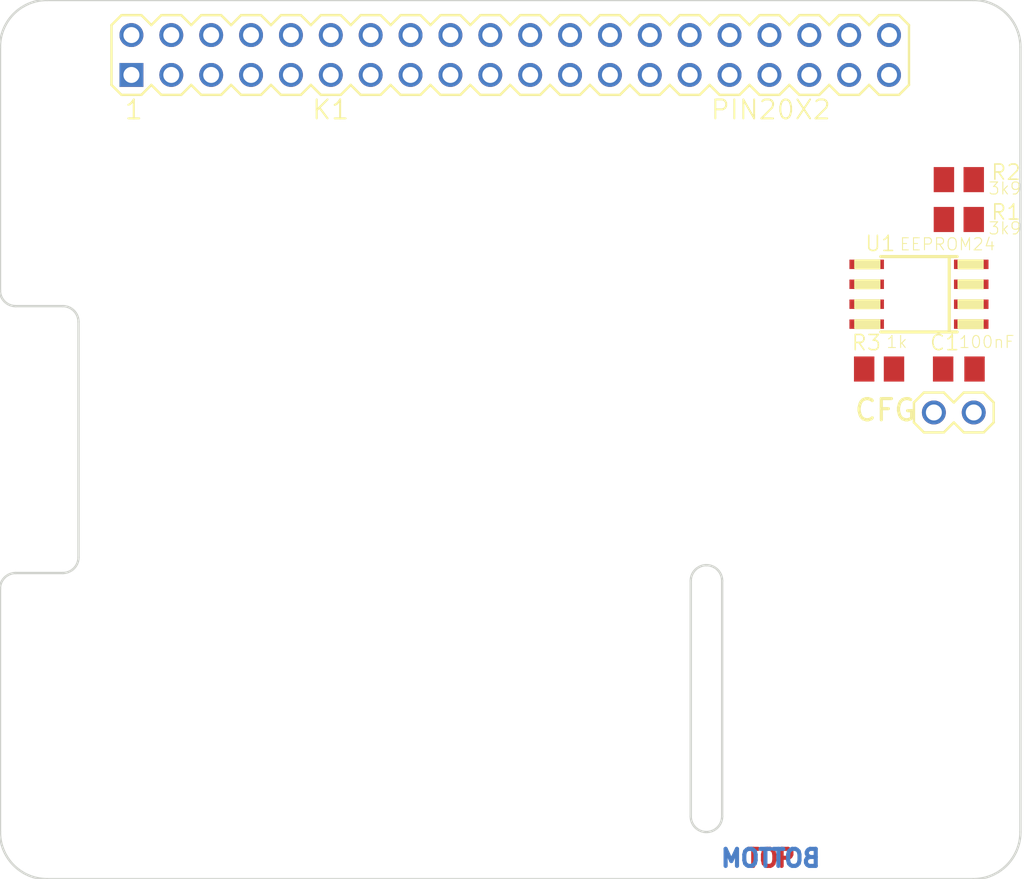
<source format=kicad_pcb>
(kicad_pcb (version 4) (host pcbnew "(2014-09-10 BZR 5127)-kicad")

  (general
    (links 26)
    (no_connects 26)
    (area 115.924999 76.924999 181.075001 133.075001)
    (thickness 1.6)
    (drawings 23)
    (tracks 0)
    (zones 0)
    (modules 11)
    (nets 7)
  )

  (page A4)
  (layers
    (0 Top signal)
    (31 Bottom signal)
    (32 B.Adhes user)
    (33 F.Adhes user)
    (34 B.Paste user)
    (35 F.Paste user)
    (36 B.SilkS user)
    (37 F.SilkS user)
    (38 B.Mask user)
    (39 F.Mask user)
    (40 Dwgs.User user)
    (41 Cmts.User user)
    (42 Eco1.User user)
    (43 Eco2.User user)
    (44 Edge.Cuts user hide)
    (45 Margin user)
    (46 B.CrtYd user)
    (47 F.CrtYd user)
    (48 B.Fab user)
    (49 F.Fab user)
  )

  (setup
    (last_trace_width 0.254)
    (trace_clearance 0.1524)
    (zone_clearance 0.508)
    (zone_45_only no)
    (trace_min 0.254)
    (segment_width 0.2)
    (edge_width 0.15)
    (via_size 0.889)
    (via_drill 0.635)
    (via_min_size 0.889)
    (via_min_drill 0.508)
    (uvia_size 0.508)
    (uvia_drill 0.127)
    (uvias_allowed no)
    (uvia_min_size 0.508)
    (uvia_min_drill 0.127)
    (pcb_text_width 0.3)
    (pcb_text_size 1.5 1.5)
    (mod_edge_width 0.15)
    (mod_text_size 1.5 1.5)
    (mod_text_width 0.15)
    (pad_size 1.524 1.524)
    (pad_drill 0.762)
    (pad_to_mask_clearance 0.2)
    (aux_axis_origin 0 0)
    (visible_elements FFFFFF7F)
    (pcbplotparams
      (layerselection 0x00030_80000001)
      (usegerberextensions false)
      (excludeedgelayer true)
      (linewidth 0.100000)
      (plotframeref false)
      (viasonmask false)
      (mode 1)
      (useauxorigin false)
      (hpglpennumber 1)
      (hpglpenspeed 20)
      (hpglpendiameter 15)
      (hpglpenoverlay 2)
      (psnegative false)
      (psa4output false)
      (plotreference true)
      (plotvalue true)
      (plotinvisibletext false)
      (padsonsilk false)
      (subtractmaskfromsilk false)
      (outputformat 1)
      (mirror false)
      (drillshape 1)
      (scaleselection 1)
      (outputdirectory ""))
  )

  (net 0 "")
  (net 1 GND)
  (net 2 +3V3)
  (net 3 N$1)
  (net 4 N$2)
  (net 5 N$3)
  (net 6 +5V)

  (net_class Default "This is the default net class."
    (clearance 0.1524)
    (trace_width 0.254)
    (via_dia 0.889)
    (via_drill 0.635)
    (uvia_dia 0.508)
    (uvia_drill 0.127)
    (add_net +3V3)
    (add_net +5V)
    (add_net GND)
    (add_net N$1)
    (add_net N$2)
    (add_net N$3)
  )

  (module "" (layer Top) (tedit 54141436) (tstamp 0)
    (at 119.5011 129.5036)
    (fp_text reference @HOLE0 (at 0 0) (layer F.SilkS) hide
      (effects (font (thickness 0.15)))
    )
    (fp_text value "" (at 0 0) (layer F.SilkS)
      (effects (font (thickness 0.15)))
    )
    (pad "" np_thru_hole circle (at 0 0) (size 2.8 2.8) (drill 2.8) (layers *.Cu))
  )

  (module "" (layer Top) (tedit 54141436) (tstamp 0)
    (at 119.5011 80.5036)
    (fp_text reference @HOLE1 (at 0 0) (layer F.SilkS) hide
      (effects (font (thickness 0.15)))
    )
    (fp_text value "" (at 0 0) (layer F.SilkS)
      (effects (font (thickness 0.15)))
    )
    (pad "" np_thru_hole circle (at 0 0) (size 2.8 2.8) (drill 2.8) (layers *.Cu))
  )

  (module "" (layer Top) (tedit 54141436) (tstamp 0)
    (at 177.5011 80.5036)
    (fp_text reference @HOLE2 (at 0 0) (layer F.SilkS) hide
      (effects (font (thickness 0.15)))
    )
    (fp_text value "" (at 0 0) (layer F.SilkS)
      (effects (font (thickness 0.15)))
    )
    (pad "" np_thru_hole circle (at 0 0) (size 2.8 2.8) (drill 2.8) (layers *.Cu))
  )

  (module "" (layer Top) (tedit 54141436) (tstamp 0)
    (at 177.5011 129.5036)
    (fp_text reference @HOLE3 (at 0 0) (layer F.SilkS) hide
      (effects (font (thickness 0.15)))
    )
    (fp_text value "" (at 0 0) (layer F.SilkS)
      (effects (font (thickness 0.15)))
    )
    (pad "" np_thru_hole circle (at 0 0) (size 2.8 2.8) (drill 2.8) (layers *.Cu))
  )

  (module PIN_20X2 (layer Top) (tedit 54141436) (tstamp 54141436)
    (at 148.5011 80.5036)
    (fp_text reference K1 (at -12.7 4.191) (layer F.SilkS)
      (effects (font (size 1.2065 1.2065) (thickness 0.127)) (justify left bottom))
    )
    (fp_text value PIN20X2 (at 12.7 4.191) (layer F.SilkS)
      (effects (font (size 1.2065 1.2065) (thickness 0.12065)) (justify left bottom))
    )
    (fp_line (start -24.765 -2.54) (end -23.495 -2.54) (layer F.SilkS) (width 0.1524))
    (fp_line (start -23.495 -2.54) (end -22.86 -1.905) (layer F.SilkS) (width 0.1524))
    (fp_line (start -22.86 -1.905) (end -22.225 -2.54) (layer F.SilkS) (width 0.1524))
    (fp_line (start -22.225 -2.54) (end -20.955 -2.54) (layer F.SilkS) (width 0.1524))
    (fp_line (start -20.955 -2.54) (end -20.32 -1.905) (layer F.SilkS) (width 0.1524))
    (fp_line (start -24.765 -2.54) (end -25.4 -1.905) (layer F.SilkS) (width 0.1524))
    (fp_line (start -20.32 -1.905) (end -19.685 -2.54) (layer F.SilkS) (width 0.1524))
    (fp_line (start -19.685 -2.54) (end -18.415 -2.54) (layer F.SilkS) (width 0.1524))
    (fp_line (start -18.415 -2.54) (end -17.78 -1.905) (layer F.SilkS) (width 0.1524))
    (fp_line (start -17.145 -2.54) (end -15.875 -2.54) (layer F.SilkS) (width 0.1524))
    (fp_line (start -15.875 -2.54) (end -15.24 -1.905) (layer F.SilkS) (width 0.1524))
    (fp_line (start -15.24 -1.905) (end -14.605 -2.54) (layer F.SilkS) (width 0.1524))
    (fp_line (start -14.605 -2.54) (end -13.335 -2.54) (layer F.SilkS) (width 0.1524))
    (fp_line (start -13.335 -2.54) (end -12.7 -1.905) (layer F.SilkS) (width 0.1524))
    (fp_line (start -17.145 -2.54) (end -17.78 -1.905) (layer F.SilkS) (width 0.1524))
    (fp_line (start -12.7 -1.905) (end -12.065 -2.54) (layer F.SilkS) (width 0.1524))
    (fp_line (start -12.065 -2.54) (end -10.795 -2.54) (layer F.SilkS) (width 0.1524))
    (fp_line (start -10.795 -2.54) (end -10.16 -1.905) (layer F.SilkS) (width 0.1524))
    (fp_line (start -22.86 1.905) (end -23.495 2.54) (layer F.SilkS) (width 0.1524))
    (fp_line (start -20.32 1.905) (end -20.955 2.54) (layer F.SilkS) (width 0.1524))
    (fp_line (start -20.955 2.54) (end -22.225 2.54) (layer F.SilkS) (width 0.1524))
    (fp_line (start -22.225 2.54) (end -22.86 1.905) (layer F.SilkS) (width 0.1524))
    (fp_line (start -25.4 -1.905) (end -25.4 1.905) (layer F.SilkS) (width 0.1524))
    (fp_line (start -25.4 1.905) (end -24.765 2.54) (layer F.SilkS) (width 0.1524))
    (fp_line (start -23.495 2.54) (end -24.765 2.54) (layer F.SilkS) (width 0.1524))
    (fp_line (start -17.78 1.905) (end -18.415 2.54) (layer F.SilkS) (width 0.1524))
    (fp_line (start -18.415 2.54) (end -19.685 2.54) (layer F.SilkS) (width 0.1524))
    (fp_line (start -19.685 2.54) (end -20.32 1.905) (layer F.SilkS) (width 0.1524))
    (fp_line (start -15.24 1.905) (end -15.875 2.54) (layer F.SilkS) (width 0.1524))
    (fp_line (start -12.7 1.905) (end -13.335 2.54) (layer F.SilkS) (width 0.1524))
    (fp_line (start -13.335 2.54) (end -14.605 2.54) (layer F.SilkS) (width 0.1524))
    (fp_line (start -14.605 2.54) (end -15.24 1.905) (layer F.SilkS) (width 0.1524))
    (fp_line (start -17.78 1.905) (end -17.145 2.54) (layer F.SilkS) (width 0.1524))
    (fp_line (start -15.875 2.54) (end -17.145 2.54) (layer F.SilkS) (width 0.1524))
    (fp_line (start -10.16 1.905) (end -10.795 2.54) (layer F.SilkS) (width 0.1524))
    (fp_line (start -10.795 2.54) (end -12.065 2.54) (layer F.SilkS) (width 0.1524))
    (fp_line (start -12.065 2.54) (end -12.7 1.905) (layer F.SilkS) (width 0.1524))
    (fp_line (start -8.255 -2.54) (end -7.62 -1.905) (layer F.SilkS) (width 0.1524))
    (fp_line (start -9.525 -2.54) (end -8.255 -2.54) (layer F.SilkS) (width 0.1524))
    (fp_line (start -10.16 -1.905) (end -9.525 -2.54) (layer F.SilkS) (width 0.1524))
    (fp_line (start -9.525 2.54) (end -10.16 1.905) (layer F.SilkS) (width 0.1524))
    (fp_line (start -8.255 2.54) (end -9.525 2.54) (layer F.SilkS) (width 0.1524))
    (fp_line (start -7.62 1.905) (end -8.255 2.54) (layer F.SilkS) (width 0.1524))
    (fp_line (start -6.985 -2.54) (end -5.715 -2.54) (layer F.SilkS) (width 0.1524))
    (fp_line (start -5.715 -2.54) (end -5.08 -1.905) (layer F.SilkS) (width 0.1524))
    (fp_line (start -5.08 -1.905) (end -4.445 -2.54) (layer F.SilkS) (width 0.1524))
    (fp_line (start -4.445 -2.54) (end -3.175 -2.54) (layer F.SilkS) (width 0.1524))
    (fp_line (start -3.175 -2.54) (end -2.54 -1.905) (layer F.SilkS) (width 0.1524))
    (fp_line (start -6.985 -2.54) (end -7.62 -1.905) (layer F.SilkS) (width 0.1524))
    (fp_line (start -2.54 -1.905) (end -1.905 -2.54) (layer F.SilkS) (width 0.1524))
    (fp_line (start -1.905 -2.54) (end -0.635 -2.54) (layer F.SilkS) (width 0.1524))
    (fp_line (start -0.635 -2.54) (end 0 -1.905) (layer F.SilkS) (width 0.1524))
    (fp_line (start 0.635 -2.54) (end 1.905 -2.54) (layer F.SilkS) (width 0.1524))
    (fp_line (start 1.905 -2.54) (end 2.54 -1.905) (layer F.SilkS) (width 0.1524))
    (fp_line (start 2.54 -1.905) (end 3.175 -2.54) (layer F.SilkS) (width 0.1524))
    (fp_line (start 3.175 -2.54) (end 4.445 -2.54) (layer F.SilkS) (width 0.1524))
    (fp_line (start 4.445 -2.54) (end 5.08 -1.905) (layer F.SilkS) (width 0.1524))
    (fp_line (start 0.635 -2.54) (end 0 -1.905) (layer F.SilkS) (width 0.1524))
    (fp_line (start 5.08 -1.905) (end 5.715 -2.54) (layer F.SilkS) (width 0.1524))
    (fp_line (start 5.715 -2.54) (end 6.985 -2.54) (layer F.SilkS) (width 0.1524))
    (fp_line (start 6.985 -2.54) (end 7.62 -1.905) (layer F.SilkS) (width 0.1524))
    (fp_line (start -5.08 1.905) (end -5.715 2.54) (layer F.SilkS) (width 0.1524))
    (fp_line (start -2.54 1.905) (end -3.175 2.54) (layer F.SilkS) (width 0.1524))
    (fp_line (start -3.175 2.54) (end -4.445 2.54) (layer F.SilkS) (width 0.1524))
    (fp_line (start -4.445 2.54) (end -5.08 1.905) (layer F.SilkS) (width 0.1524))
    (fp_line (start -7.62 1.905) (end -6.985 2.54) (layer F.SilkS) (width 0.1524))
    (fp_line (start -5.715 2.54) (end -6.985 2.54) (layer F.SilkS) (width 0.1524))
    (fp_line (start 0 1.905) (end -0.635 2.54) (layer F.SilkS) (width 0.1524))
    (fp_line (start -0.635 2.54) (end -1.905 2.54) (layer F.SilkS) (width 0.1524))
    (fp_line (start -1.905 2.54) (end -2.54 1.905) (layer F.SilkS) (width 0.1524))
    (fp_line (start 2.54 1.905) (end 1.905 2.54) (layer F.SilkS) (width 0.1524))
    (fp_line (start 5.08 1.905) (end 4.445 2.54) (layer F.SilkS) (width 0.1524))
    (fp_line (start 4.445 2.54) (end 3.175 2.54) (layer F.SilkS) (width 0.1524))
    (fp_line (start 3.175 2.54) (end 2.54 1.905) (layer F.SilkS) (width 0.1524))
    (fp_line (start 0 1.905) (end 0.635 2.54) (layer F.SilkS) (width 0.1524))
    (fp_line (start 1.905 2.54) (end 0.635 2.54) (layer F.SilkS) (width 0.1524))
    (fp_line (start 7.62 1.905) (end 6.985 2.54) (layer F.SilkS) (width 0.1524))
    (fp_line (start 6.985 2.54) (end 5.715 2.54) (layer F.SilkS) (width 0.1524))
    (fp_line (start 5.715 2.54) (end 5.08 1.905) (layer F.SilkS) (width 0.1524))
    (fp_line (start 9.525 -2.54) (end 10.16 -1.905) (layer F.SilkS) (width 0.1524))
    (fp_line (start 8.255 -2.54) (end 9.525 -2.54) (layer F.SilkS) (width 0.1524))
    (fp_line (start 7.62 -1.905) (end 8.255 -2.54) (layer F.SilkS) (width 0.1524))
    (fp_line (start 8.255 2.54) (end 7.62 1.905) (layer F.SilkS) (width 0.1524))
    (fp_line (start 9.525 2.54) (end 8.255 2.54) (layer F.SilkS) (width 0.1524))
    (fp_line (start 10.16 1.905) (end 9.525 2.54) (layer F.SilkS) (width 0.1524))
    (fp_line (start 10.795 -2.54) (end 12.065 -2.54) (layer F.SilkS) (width 0.1524))
    (fp_line (start 12.065 -2.54) (end 12.7 -1.905) (layer F.SilkS) (width 0.1524))
    (fp_line (start 12.7 -1.905) (end 13.335 -2.54) (layer F.SilkS) (width 0.1524))
    (fp_line (start 13.335 -2.54) (end 14.605 -2.54) (layer F.SilkS) (width 0.1524))
    (fp_line (start 14.605 -2.54) (end 15.24 -1.905) (layer F.SilkS) (width 0.1524))
    (fp_line (start 10.795 -2.54) (end 10.16 -1.905) (layer F.SilkS) (width 0.1524))
    (fp_line (start 15.24 -1.905) (end 15.875 -2.54) (layer F.SilkS) (width 0.1524))
    (fp_line (start 15.875 -2.54) (end 17.145 -2.54) (layer F.SilkS) (width 0.1524))
    (fp_line (start 17.145 -2.54) (end 17.78 -1.905) (layer F.SilkS) (width 0.1524))
    (fp_line (start 18.415 -2.54) (end 19.685 -2.54) (layer F.SilkS) (width 0.1524))
    (fp_line (start 19.685 -2.54) (end 20.32 -1.905) (layer F.SilkS) (width 0.1524))
    (fp_line (start 20.32 -1.905) (end 20.955 -2.54) (layer F.SilkS) (width 0.1524))
    (fp_line (start 20.955 -2.54) (end 22.225 -2.54) (layer F.SilkS) (width 0.1524))
    (fp_line (start 22.225 -2.54) (end 22.86 -1.905) (layer F.SilkS) (width 0.1524))
    (fp_line (start 18.415 -2.54) (end 17.78 -1.905) (layer F.SilkS) (width 0.1524))
    (fp_line (start 22.86 -1.905) (end 23.495 -2.54) (layer F.SilkS) (width 0.1524))
    (fp_line (start 23.495 -2.54) (end 24.765 -2.54) (layer F.SilkS) (width 0.1524))
    (fp_line (start 12.7 1.905) (end 12.065 2.54) (layer F.SilkS) (width 0.1524))
    (fp_line (start 15.24 1.905) (end 14.605 2.54) (layer F.SilkS) (width 0.1524))
    (fp_line (start 14.605 2.54) (end 13.335 2.54) (layer F.SilkS) (width 0.1524))
    (fp_line (start 13.335 2.54) (end 12.7 1.905) (layer F.SilkS) (width 0.1524))
    (fp_line (start 10.16 1.905) (end 10.795 2.54) (layer F.SilkS) (width 0.1524))
    (fp_line (start 12.065 2.54) (end 10.795 2.54) (layer F.SilkS) (width 0.1524))
    (fp_line (start 17.78 1.905) (end 17.145 2.54) (layer F.SilkS) (width 0.1524))
    (fp_line (start 17.145 2.54) (end 15.875 2.54) (layer F.SilkS) (width 0.1524))
    (fp_line (start 15.875 2.54) (end 15.24 1.905) (layer F.SilkS) (width 0.1524))
    (fp_line (start 20.32 1.905) (end 19.685 2.54) (layer F.SilkS) (width 0.1524))
    (fp_line (start 22.86 1.905) (end 22.225 2.54) (layer F.SilkS) (width 0.1524))
    (fp_line (start 22.225 2.54) (end 20.955 2.54) (layer F.SilkS) (width 0.1524))
    (fp_line (start 20.955 2.54) (end 20.32 1.905) (layer F.SilkS) (width 0.1524))
    (fp_line (start 17.78 1.905) (end 18.415 2.54) (layer F.SilkS) (width 0.1524))
    (fp_line (start 19.685 2.54) (end 18.415 2.54) (layer F.SilkS) (width 0.1524))
    (fp_line (start 24.765 2.54) (end 23.495 2.54) (layer F.SilkS) (width 0.1524))
    (fp_line (start 23.495 2.54) (end 22.86 1.905) (layer F.SilkS) (width 0.1524))
    (fp_line (start 25.4 -1.905) (end 25.4 1.905) (layer F.SilkS) (width 0.1524))
    (fp_line (start 24.765 -2.54) (end 25.4 -1.905) (layer F.SilkS) (width 0.1524))
    (fp_line (start 25.4 1.905) (end 24.765 2.54) (layer F.SilkS) (width 0.1524))
    (fp_text user 1 (at -24.638 4.191) (layer F.SilkS)
      (effects (font (size 1.2065 1.2065) (thickness 0.127)) (justify left bottom))
    )
    (fp_poly (pts (xy -21.844 1.524) (xy -21.336 1.524) (xy -21.336 1.016) (xy -21.844 1.016)) (layer Dwgs.User) (width 0.15))
    (fp_poly (pts (xy -24.384 1.524) (xy -23.876 1.524) (xy -23.876 1.016) (xy -24.384 1.016)) (layer Dwgs.User) (width 0.15))
    (fp_poly (pts (xy -19.304 1.524) (xy -18.796 1.524) (xy -18.796 1.016) (xy -19.304 1.016)) (layer Dwgs.User) (width 0.15))
    (fp_poly (pts (xy -14.224 1.524) (xy -13.716 1.524) (xy -13.716 1.016) (xy -14.224 1.016)) (layer Dwgs.User) (width 0.15))
    (fp_poly (pts (xy -16.764 1.524) (xy -16.256 1.524) (xy -16.256 1.016) (xy -16.764 1.016)) (layer Dwgs.User) (width 0.15))
    (fp_poly (pts (xy -11.684 1.524) (xy -11.176 1.524) (xy -11.176 1.016) (xy -11.684 1.016)) (layer Dwgs.User) (width 0.15))
    (fp_poly (pts (xy -24.384 -1.016) (xy -23.876 -1.016) (xy -23.876 -1.524) (xy -24.384 -1.524)) (layer Dwgs.User) (width 0.15))
    (fp_poly (pts (xy -21.844 -1.016) (xy -21.336 -1.016) (xy -21.336 -1.524) (xy -21.844 -1.524)) (layer Dwgs.User) (width 0.15))
    (fp_poly (pts (xy -19.304 -1.016) (xy -18.796 -1.016) (xy -18.796 -1.524) (xy -19.304 -1.524)) (layer Dwgs.User) (width 0.15))
    (fp_poly (pts (xy -16.764 -1.016) (xy -16.256 -1.016) (xy -16.256 -1.524) (xy -16.764 -1.524)) (layer Dwgs.User) (width 0.15))
    (fp_poly (pts (xy -14.224 -1.016) (xy -13.716 -1.016) (xy -13.716 -1.524) (xy -14.224 -1.524)) (layer Dwgs.User) (width 0.15))
    (fp_poly (pts (xy -11.684 -1.016) (xy -11.176 -1.016) (xy -11.176 -1.524) (xy -11.684 -1.524)) (layer Dwgs.User) (width 0.15))
    (fp_poly (pts (xy -9.144 -1.016) (xy -8.636 -1.016) (xy -8.636 -1.524) (xy -9.144 -1.524)) (layer Dwgs.User) (width 0.15))
    (fp_poly (pts (xy -9.144 1.524) (xy -8.636 1.524) (xy -8.636 1.016) (xy -9.144 1.016)) (layer Dwgs.User) (width 0.15))
    (fp_poly (pts (xy -4.064 1.524) (xy -3.556 1.524) (xy -3.556 1.016) (xy -4.064 1.016)) (layer Dwgs.User) (width 0.15))
    (fp_poly (pts (xy -6.604 1.524) (xy -6.096 1.524) (xy -6.096 1.016) (xy -6.604 1.016)) (layer Dwgs.User) (width 0.15))
    (fp_poly (pts (xy -1.524 1.524) (xy -1.016 1.524) (xy -1.016 1.016) (xy -1.524 1.016)) (layer Dwgs.User) (width 0.15))
    (fp_poly (pts (xy 3.556 1.524) (xy 4.064 1.524) (xy 4.064 1.016) (xy 3.556 1.016)) (layer Dwgs.User) (width 0.15))
    (fp_poly (pts (xy 1.016 1.524) (xy 1.524 1.524) (xy 1.524 1.016) (xy 1.016 1.016)) (layer Dwgs.User) (width 0.15))
    (fp_poly (pts (xy 6.096 1.524) (xy 6.604 1.524) (xy 6.604 1.016) (xy 6.096 1.016)) (layer Dwgs.User) (width 0.15))
    (fp_poly (pts (xy -6.604 -1.016) (xy -6.096 -1.016) (xy -6.096 -1.524) (xy -6.604 -1.524)) (layer Dwgs.User) (width 0.15))
    (fp_poly (pts (xy -4.064 -1.016) (xy -3.556 -1.016) (xy -3.556 -1.524) (xy -4.064 -1.524)) (layer Dwgs.User) (width 0.15))
    (fp_poly (pts (xy -1.524 -1.016) (xy -1.016 -1.016) (xy -1.016 -1.524) (xy -1.524 -1.524)) (layer Dwgs.User) (width 0.15))
    (fp_poly (pts (xy 1.016 -1.016) (xy 1.524 -1.016) (xy 1.524 -1.524) (xy 1.016 -1.524)) (layer Dwgs.User) (width 0.15))
    (fp_poly (pts (xy 3.556 -1.016) (xy 4.064 -1.016) (xy 4.064 -1.524) (xy 3.556 -1.524)) (layer Dwgs.User) (width 0.15))
    (fp_poly (pts (xy 6.096 -1.016) (xy 6.604 -1.016) (xy 6.604 -1.524) (xy 6.096 -1.524)) (layer Dwgs.User) (width 0.15))
    (fp_poly (pts (xy 8.636 -1.016) (xy 9.144 -1.016) (xy 9.144 -1.524) (xy 8.636 -1.524)) (layer Dwgs.User) (width 0.15))
    (fp_poly (pts (xy 8.636 1.524) (xy 9.144 1.524) (xy 9.144 1.016) (xy 8.636 1.016)) (layer Dwgs.User) (width 0.15))
    (fp_poly (pts (xy 13.716 1.524) (xy 14.224 1.524) (xy 14.224 1.016) (xy 13.716 1.016)) (layer Dwgs.User) (width 0.15))
    (fp_poly (pts (xy 11.176 1.524) (xy 11.684 1.524) (xy 11.684 1.016) (xy 11.176 1.016)) (layer Dwgs.User) (width 0.15))
    (fp_poly (pts (xy 16.256 1.524) (xy 16.764 1.524) (xy 16.764 1.016) (xy 16.256 1.016)) (layer Dwgs.User) (width 0.15))
    (fp_poly (pts (xy 21.336 1.524) (xy 21.844 1.524) (xy 21.844 1.016) (xy 21.336 1.016)) (layer Dwgs.User) (width 0.15))
    (fp_poly (pts (xy 18.796 1.524) (xy 19.304 1.524) (xy 19.304 1.016) (xy 18.796 1.016)) (layer Dwgs.User) (width 0.15))
    (fp_poly (pts (xy 23.876 1.524) (xy 24.384 1.524) (xy 24.384 1.016) (xy 23.876 1.016)) (layer Dwgs.User) (width 0.15))
    (fp_poly (pts (xy 11.176 -1.016) (xy 11.684 -1.016) (xy 11.684 -1.524) (xy 11.176 -1.524)) (layer Dwgs.User) (width 0.15))
    (fp_poly (pts (xy 13.716 -1.016) (xy 14.224 -1.016) (xy 14.224 -1.524) (xy 13.716 -1.524)) (layer Dwgs.User) (width 0.15))
    (fp_poly (pts (xy 16.256 -1.016) (xy 16.764 -1.016) (xy 16.764 -1.524) (xy 16.256 -1.524)) (layer Dwgs.User) (width 0.15))
    (fp_poly (pts (xy 18.796 -1.016) (xy 19.304 -1.016) (xy 19.304 -1.524) (xy 18.796 -1.524)) (layer Dwgs.User) (width 0.15))
    (fp_poly (pts (xy 21.336 -1.016) (xy 21.844 -1.016) (xy 21.844 -1.524) (xy 21.336 -1.524)) (layer Dwgs.User) (width 0.15))
    (fp_poly (pts (xy 23.876 -1.016) (xy 24.384 -1.016) (xy 24.384 -1.524) (xy 23.876 -1.524)) (layer Dwgs.User) (width 0.15))
    (pad 1 thru_hole rect (at -24.13 1.27) (size 1.524 1.524) (drill 1.016) (layers *.Cu *.Mask)
      (net 2 +3V3))
    (pad 3 thru_hole circle (at -21.59 1.27) (size 1.524 1.524) (drill 1.016) (layers *.Cu *.Mask))
    (pad 5 thru_hole circle (at -19.05 1.27) (size 1.524 1.524) (drill 1.016) (layers *.Cu *.Mask))
    (pad 7 thru_hole circle (at -16.51 1.27) (size 1.524 1.524) (drill 1.016) (layers *.Cu *.Mask))
    (pad 9 thru_hole circle (at -13.97 1.27) (size 1.524 1.524) (drill 1.016) (layers *.Cu *.Mask)
      (net 1 GND))
    (pad 11 thru_hole circle (at -11.43 1.27) (size 1.524 1.524) (drill 1.016) (layers *.Cu *.Mask))
    (pad 2 thru_hole circle (at -24.13 -1.27) (size 1.524 1.524) (drill 1.016) (layers *.Cu *.Mask)
      (net 6 +5V))
    (pad 4 thru_hole circle (at -21.59 -1.27) (size 1.524 1.524) (drill 1.016) (layers *.Cu *.Mask)
      (net 6 +5V))
    (pad 6 thru_hole circle (at -19.05 -1.27) (size 1.524 1.524) (drill 1.016) (layers *.Cu *.Mask)
      (net 1 GND))
    (pad 8 thru_hole circle (at -16.51 -1.27) (size 1.524 1.524) (drill 1.016) (layers *.Cu *.Mask))
    (pad 10 thru_hole circle (at -13.97 -1.27) (size 1.524 1.524) (drill 1.016) (layers *.Cu *.Mask))
    (pad 12 thru_hole circle (at -11.43 -1.27) (size 1.524 1.524) (drill 1.016) (layers *.Cu *.Mask))
    (pad 13 thru_hole circle (at -8.89 1.27) (size 1.524 1.524) (drill 1.016) (layers *.Cu *.Mask))
    (pad 14 thru_hole circle (at -8.89 -1.27) (size 1.524 1.524) (drill 1.016) (layers *.Cu *.Mask)
      (net 1 GND))
    (pad 15 thru_hole circle (at -6.35 1.27) (size 1.524 1.524) (drill 1.016) (layers *.Cu *.Mask))
    (pad 17 thru_hole circle (at -3.81 1.27) (size 1.524 1.524) (drill 1.016) (layers *.Cu *.Mask)
      (net 2 +3V3))
    (pad 19 thru_hole circle (at -1.27 1.27) (size 1.524 1.524) (drill 1.016) (layers *.Cu *.Mask))
    (pad 21 thru_hole circle (at 1.27 1.27) (size 1.524 1.524) (drill 1.016) (layers *.Cu *.Mask))
    (pad 23 thru_hole circle (at 3.81 1.27) (size 1.524 1.524) (drill 1.016) (layers *.Cu *.Mask))
    (pad 25 thru_hole circle (at 6.35 1.27) (size 1.524 1.524) (drill 1.016) (layers *.Cu *.Mask)
      (net 1 GND))
    (pad 16 thru_hole circle (at -6.35 -1.27) (size 1.524 1.524) (drill 1.016) (layers *.Cu *.Mask))
    (pad 18 thru_hole circle (at -3.81 -1.27) (size 1.524 1.524) (drill 1.016) (layers *.Cu *.Mask))
    (pad 20 thru_hole circle (at -1.27 -1.27) (size 1.524 1.524) (drill 1.016) (layers *.Cu *.Mask)
      (net 1 GND))
    (pad 22 thru_hole circle (at 1.27 -1.27) (size 1.524 1.524) (drill 1.016) (layers *.Cu *.Mask))
    (pad 24 thru_hole circle (at 3.81 -1.27) (size 1.524 1.524) (drill 1.016) (layers *.Cu *.Mask))
    (pad 26 thru_hole circle (at 6.35 -1.27) (size 1.524 1.524) (drill 1.016) (layers *.Cu *.Mask))
    (pad 27 thru_hole circle (at 8.89 1.27) (size 1.524 1.524) (drill 1.016) (layers *.Cu *.Mask)
      (net 4 N$2))
    (pad 28 thru_hole circle (at 8.89 -1.27) (size 1.524 1.524) (drill 1.016) (layers *.Cu *.Mask)
      (net 3 N$1))
    (pad 29 thru_hole circle (at 11.43 1.27) (size 1.524 1.524) (drill 1.016) (layers *.Cu *.Mask))
    (pad 31 thru_hole circle (at 13.97 1.27) (size 1.524 1.524) (drill 1.016) (layers *.Cu *.Mask))
    (pad 33 thru_hole circle (at 16.51 1.27) (size 1.524 1.524) (drill 1.016) (layers *.Cu *.Mask))
    (pad 35 thru_hole circle (at 19.05 1.27) (size 1.524 1.524) (drill 1.016) (layers *.Cu *.Mask))
    (pad 37 thru_hole circle (at 21.59 1.27) (size 1.524 1.524) (drill 1.016) (layers *.Cu *.Mask))
    (pad 39 thru_hole circle (at 24.13 1.27) (size 1.524 1.524) (drill 1.016) (layers *.Cu *.Mask)
      (net 1 GND))
    (pad 30 thru_hole circle (at 11.43 -1.27) (size 1.524 1.524) (drill 1.016) (layers *.Cu *.Mask)
      (net 1 GND))
    (pad 32 thru_hole circle (at 13.97 -1.27) (size 1.524 1.524) (drill 1.016) (layers *.Cu *.Mask))
    (pad 34 thru_hole circle (at 16.51 -1.27) (size 1.524 1.524) (drill 1.016) (layers *.Cu *.Mask)
      (net 1 GND))
    (pad 36 thru_hole circle (at 19.05 -1.27) (size 1.524 1.524) (drill 1.016) (layers *.Cu *.Mask))
    (pad 38 thru_hole circle (at 21.59 -1.27) (size 1.524 1.524) (drill 1.016) (layers *.Cu *.Mask))
    (pad 40 thru_hole circle (at 24.13 -1.27) (size 1.524 1.524) (drill 1.016) (layers *.Cu *.Mask))
  )

  (module SOIC8 (layer Top) (tedit 54141436) (tstamp 54141504)
    (at 174.5361 95.7436 90)
    (fp_text reference U1 (at 2.667 -3.4925 360) (layer F.SilkS)
      (effects (font (size 0.9652 0.9652) (thickness 0.09652)) (justify left bottom))
    )
    (fp_text value EEPROM24 (at 2.7305 -1.27 360) (layer F.SilkS)
      (effects (font (size 0.77216 0.77216) (thickness 0.061772)) (justify left bottom))
    )
    (fp_line (start 2.4 -2.43) (end 2.4 1.93) (layer F.SilkS) (width 0.2032))
    (fp_line (start 2.4 1.93) (end 2.4 2.43) (layer F.SilkS) (width 0.2032))
    (fp_line (start 2.4 2.43) (end -2.4 2.43) (layer Dwgs.User) (width 0.2032))
    (fp_line (start -2.4 2.43) (end -2.4 1.93) (layer F.SilkS) (width 0.2032))
    (fp_line (start -2.4 1.93) (end -2.4 -2.43) (layer F.SilkS) (width 0.2032))
    (fp_line (start -2.4 -2.43) (end 2.4 -2.43) (layer Dwgs.User) (width 0.2032))
    (fp_line (start 2.4 1.93) (end -2.4 1.93) (layer F.SilkS) (width 0.2032))
    (fp_poly (pts (xy -2.1501 4.05) (xy -1.6599 4.05) (xy -1.6599 2.5301) (xy -2.1501 2.5301)) (layer F.SilkS) (width 0.15))
    (fp_poly (pts (xy -0.8801 4.05) (xy -0.3899 4.05) (xy -0.3899 2.5301) (xy -0.8801 2.5301)) (layer F.SilkS) (width 0.15))
    (fp_poly (pts (xy 0.3899 4.05) (xy 0.8801 4.05) (xy 0.8801 2.5301) (xy 0.3899 2.5301)) (layer F.SilkS) (width 0.15))
    (fp_poly (pts (xy 1.6599 4.05) (xy 2.1501 4.05) (xy 2.1501 2.5301) (xy 1.6599 2.5301)) (layer F.SilkS) (width 0.15))
    (fp_poly (pts (xy 1.6599 -2.5301) (xy 2.1501 -2.5301) (xy 2.1501 -4.05) (xy 1.6599 -4.05)) (layer F.SilkS) (width 0.15))
    (fp_poly (pts (xy 0.3899 -2.5301) (xy 0.8801 -2.5301) (xy 0.8801 -4.05) (xy 0.3899 -4.05)) (layer F.SilkS) (width 0.15))
    (fp_poly (pts (xy -0.8801 -2.5301) (xy -0.3899 -2.5301) (xy -0.3899 -4.05) (xy -0.8801 -4.05)) (layer F.SilkS) (width 0.15))
    (fp_poly (pts (xy -2.1501 -2.5301) (xy -1.6599 -2.5301) (xy -1.6599 -4.05) (xy -2.1501 -4.05)) (layer F.SilkS) (width 0.15))
    (pad 2 smd rect (at -0.635 3.33 90) (size 0.6 2.2) (layers Top F.Paste F.Mask)
      (net 1 GND))
    (pad 7 smd rect (at -0.635 -3.33 90) (size 0.6 2.2) (layers Top F.Paste F.Mask)
      (net 5 N$3))
    (pad 1 smd rect (at -1.905 3.33 90) (size 0.6 2.2) (layers Top F.Paste F.Mask)
      (net 1 GND))
    (pad 3 smd rect (at 0.635 3.33 90) (size 0.6 2.2) (layers Top F.Paste F.Mask)
      (net 1 GND))
    (pad 4 smd rect (at 1.905 3.33 90) (size 0.6 2.2) (layers Top F.Paste F.Mask)
      (net 1 GND))
    (pad 8 smd rect (at -1.905 -3.33 90) (size 0.6 2.2) (layers Top F.Paste F.Mask)
      (net 2 +3V3))
    (pad 6 smd rect (at 0.635 -3.33 90) (size 0.6 2.2) (layers Top F.Paste F.Mask)
      (net 3 N$1))
    (pad 5 smd rect (at 1.905 -3.33 90) (size 0.6 2.2) (layers Top F.Paste F.Mask)
      (net 4 N$2))
  )

  (module M0805 (layer Top) (tedit 54141436) (tstamp 5414151E)
    (at 177.0761 90.9811)
    (descr "<b>RESISTOR</b><p> MELF 0.10 W")
    (fp_text reference R1 (at 2.00025 0.09525) (layer F.SilkS)
      (effects (font (size 0.9652 0.9652) (thickness 0.09652)) (justify left bottom))
    )
    (fp_text value 3k9 (at 1.8415 1.016) (layer F.SilkS)
      (effects (font (size 0.77216 0.77216) (thickness 0.061772)) (justify left bottom))
    )
    (fp_line (start 0.7112 -0.635) (end -0.7112 -0.635) (layer Dwgs.User) (width 0.1524))
    (fp_line (start 0.7112 0.635) (end -0.7112 0.635) (layer Dwgs.User) (width 0.1524))
    (fp_poly (pts (xy -1.0414 0.7112) (xy -0.6858 0.7112) (xy -0.6858 -0.7112) (xy -1.0414 -0.7112)) (layer Dwgs.User) (width 0.15))
    (fp_poly (pts (xy 0.6858 0.7112) (xy 1.0414 0.7112) (xy 1.0414 -0.7112) (xy 0.6858 -0.7112)) (layer Dwgs.User) (width 0.15))
    (fp_poly (pts (xy -0.1999 0.5999) (xy 0.1999 0.5999) (xy 0.1999 -0.5999) (xy -0.1999 -0.5999)) (layer F.Adhes) (width 0.15))
    (pad 1 smd rect (at -0.95 0) (size 1.3 1.6) (layers Top F.Paste F.Mask)
      (net 3 N$1))
    (pad 2 smd rect (at 0.95 0) (size 1.3 1.6) (layers Top F.Paste F.Mask)
      (net 2 +3V3))
  )

  (module C0805K (layer Top) (tedit 54141436) (tstamp 54141528)
    (at 177.0761 100.5061)
    (descr "<b>Ceramic Chip Capacitor KEMET 0805 Reflow solder</b><p> Metric Code Size 2012")
    (fp_text reference C1 (at -1.905 -1.11125) (layer F.SilkS)
      (effects (font (size 0.9652 0.9652) (thickness 0.09652)) (justify left bottom))
    )
    (fp_text value 100nF (at -0.0475 -1.27) (layer F.SilkS)
      (effects (font (size 0.77216 0.77216) (thickness 0.061772)) (justify left bottom))
    )
    (fp_line (start -0.925 -0.6) (end 0.925 -0.6) (layer Dwgs.User) (width 0.1016))
    (fp_line (start 0.925 0.6) (end -0.925 0.6) (layer Dwgs.User) (width 0.1016))
    (fp_poly (pts (xy -1 0.65) (xy -0.5 0.65) (xy -0.5 -0.65) (xy -1 -0.65)) (layer Dwgs.User) (width 0.15))
    (fp_poly (pts (xy 0.5 0.65) (xy 1 0.65) (xy 1 -0.65) (xy 0.5 -0.65)) (layer Dwgs.User) (width 0.15))
    (pad 1 smd rect (at -1 0) (size 1.3 1.6) (layers Top F.Paste F.Mask)
      (net 2 +3V3))
    (pad 2 smd rect (at 1 0) (size 1.3 1.6) (layers Top F.Paste F.Mask)
      (net 1 GND))
  )

  (module M0805 (layer Top) (tedit 54141436) (tstamp 54141531)
    (at 177.0761 88.4411)
    (descr "<b>RESISTOR</b><p> MELF 0.10 W")
    (fp_text reference R2 (at 2.00025 0.09525) (layer F.SilkS)
      (effects (font (size 0.9652 0.9652) (thickness 0.09652)) (justify left bottom))
    )
    (fp_text value 3k9 (at 1.8415 1.016) (layer F.SilkS)
      (effects (font (size 0.77216 0.77216) (thickness 0.061772)) (justify left bottom))
    )
    (fp_line (start 0.7112 -0.635) (end -0.7112 -0.635) (layer Dwgs.User) (width 0.1524))
    (fp_line (start 0.7112 0.635) (end -0.7112 0.635) (layer Dwgs.User) (width 0.1524))
    (fp_poly (pts (xy -1.0414 0.7112) (xy -0.6858 0.7112) (xy -0.6858 -0.7112) (xy -1.0414 -0.7112)) (layer Dwgs.User) (width 0.15))
    (fp_poly (pts (xy 0.6858 0.7112) (xy 1.0414 0.7112) (xy 1.0414 -0.7112) (xy 0.6858 -0.7112)) (layer Dwgs.User) (width 0.15))
    (fp_poly (pts (xy -0.1999 0.5999) (xy 0.1999 0.5999) (xy 0.1999 -0.5999) (xy -0.1999 -0.5999)) (layer F.Adhes) (width 0.15))
    (pad 1 smd rect (at -0.95 0) (size 1.3 1.6) (layers Top F.Paste F.Mask)
      (net 4 N$2))
    (pad 2 smd rect (at 0.95 0) (size 1.3 1.6) (layers Top F.Paste F.Mask)
      (net 2 +3V3))
  )

  (module M0805 (layer Top) (tedit 54141436) (tstamp 5414153B)
    (at 171.9961 100.5061)
    (descr "<b>RESISTOR</b><p> MELF 0.10 W")
    (fp_text reference R3 (at -1.80975 -1.11125) (layer F.SilkS)
      (effects (font (size 0.9652 0.9652) (thickness 0.09652)) (justify left bottom))
    )
    (fp_text value 1k (at 0.41275 -1.27) (layer F.SilkS)
      (effects (font (size 0.77216 0.77216) (thickness 0.061772)) (justify left bottom))
    )
    (fp_line (start 0.7112 -0.635) (end -0.7112 -0.635) (layer Dwgs.User) (width 0.1524))
    (fp_line (start 0.7112 0.635) (end -0.7112 0.635) (layer Dwgs.User) (width 0.1524))
    (fp_poly (pts (xy -1.0414 0.7112) (xy -0.6858 0.7112) (xy -0.6858 -0.7112) (xy -1.0414 -0.7112)) (layer Dwgs.User) (width 0.15))
    (fp_poly (pts (xy 0.6858 0.7112) (xy 1.0414 0.7112) (xy 1.0414 -0.7112) (xy 0.6858 -0.7112)) (layer Dwgs.User) (width 0.15))
    (fp_poly (pts (xy -0.1999 0.5999) (xy 0.1999 0.5999) (xy 0.1999 -0.5999) (xy -0.1999 -0.5999)) (layer F.Adhes) (width 0.15))
    (pad 1 smd rect (at -0.95 0) (size 1.3 1.6) (layers Top F.Paste F.Mask)
      (net 5 N$3))
    (pad 2 smd rect (at 0.95 0) (size 1.3 1.6) (layers Top F.Paste F.Mask)
      (net 2 +3V3))
  )

  (module PIN_W_2 (layer Top) (tedit 54141436) (tstamp 54141545)
    (at 175.4861 103.2736 90)
    (fp_text reference CFG (at -0.64245 -5.1537 360) (layer F.SilkS)
      (effects (font (size 1.35128 1.35128) (thickness 0.202692)) (justify left bottom))
    )
    (fp_text value "" (at -1.27 5.715 90) (layer F.SilkS)
      (effects (font (size 1.2065 1.2065) (thickness 0.09652)) (justify left bottom))
    )
    (fp_line (start -0.635 -1.27) (end 0.635 -1.27) (layer F.SilkS) (width 0.1524))
    (fp_line (start 0.635 -1.27) (end 1.27 -0.635) (layer F.SilkS) (width 0.1524))
    (fp_line (start 1.27 -0.635) (end 1.27 0.635) (layer F.SilkS) (width 0.1524))
    (fp_line (start 1.27 0.635) (end 0.635 1.27) (layer F.SilkS) (width 0.1524))
    (fp_line (start -1.27 -0.635) (end -1.27 0.635) (layer F.SilkS) (width 0.1524))
    (fp_line (start -0.635 -1.27) (end -1.27 -0.635) (layer F.SilkS) (width 0.1524))
    (fp_line (start -1.27 0.635) (end -0.635 1.27) (layer F.SilkS) (width 0.1524))
    (fp_poly (pts (xy -0.254 0.254) (xy 0.254 0.254) (xy 0.254 -0.254) (xy -0.254 -0.254)) (layer Dwgs.User) (width 0.15))
    (fp_line (start 0.635 1.27) (end 1.27 1.905) (layer F.SilkS) (width 0.1524))
    (fp_line (start 1.27 1.905) (end 1.27 3.175) (layer F.SilkS) (width 0.1524))
    (fp_line (start 1.27 3.175) (end 0.635 3.81) (layer F.SilkS) (width 0.1524))
    (fp_line (start -1.27 1.905) (end -1.27 3.175) (layer F.SilkS) (width 0.1524))
    (fp_line (start -0.635 1.27) (end -1.27 1.905) (layer F.SilkS) (width 0.1524))
    (fp_line (start -1.27 3.175) (end -0.635 3.81) (layer F.SilkS) (width 0.1524))
    (fp_line (start 0.635 3.81) (end -0.635 3.81) (layer F.SilkS) (width 0.1524))
    (fp_poly (pts (xy -0.254 2.794) (xy 0.254 2.794) (xy 0.254 2.286) (xy -0.254 2.286)) (layer Dwgs.User) (width 0.15))
    (pad 1 thru_hole circle (at 0 0 90) (size 1.524 1.524) (drill 1.016) (layers *.Cu *.Mask)
      (net 5 N$3))
    (pad 2 thru_hole circle (at 0 2.54 90) (size 1.524 1.524) (drill 1.016) (layers *.Cu *.Mask)
      (net 1 GND))
  )

  (gr_arc (start 117 114.5) (end 117 113.5) (angle -90) (layer Edge.Cuts) (width 0.15))
  (gr_arc (start 120 112.5) (end 120 113.5) (angle -90) (layer Edge.Cuts) (width 0.15))
  (gr_arc (start 117 95.5) (end 116 95.5) (angle -90) (layer Edge.Cuts) (width 0.15))
  (gr_arc (start 120 97.5) (end 121 97.5) (angle -90) (layer Edge.Cuts) (width 0.15))
  (gr_arc (start 161 129) (end 160 129) (angle -180) (layer Edge.Cuts) (width 0.15))
  (gr_arc (start 161 114) (end 160 114) (angle 90) (layer Edge.Cuts) (width 0.15))
  (gr_arc (start 161 114) (end 161 113) (angle 90) (layer Edge.Cuts) (width 0.15))
  (gr_arc (start 178 80) (end 181 80) (angle -90) (layer Edge.Cuts) (width 0.15))
  (gr_arc (start 178 130) (end 178 133) (angle -90) (layer Edge.Cuts) (width 0.15))
  (gr_arc (start 119 130) (end 116 130) (angle -90) (layer Edge.Cuts) (width 0.15))
  (gr_arc (start 119 80) (end 119 77) (angle -90) (layer Edge.Cuts) (width 0.15))
  (gr_line (start 119 133) (end 178 133) (layer Edge.Cuts) (width 0.15) (tstamp 4799018))
  (gr_line (start 181 130) (end 181 80) (layer Edge.Cuts) (width 0.15) (tstamp 479A328))
  (gr_line (start 178 77) (end 119 77) (layer Edge.Cuts) (width 0.15) (tstamp 479B638))
  (gr_line (start 116 80) (end 116 95.5) (layer Edge.Cuts) (width 0.15) (tstamp 479C948))
  (gr_line (start 117 96.5) (end 120 96.5) (layer Edge.Cuts) (width 0.15) (tstamp 479DC58))
  (gr_line (start 121 97.5) (end 121 112.5) (layer Edge.Cuts) (width 0.15) (tstamp 479EF68))
  (gr_line (start 120 113.5) (end 117 113.5) (layer Edge.Cuts) (width 0.15) (tstamp 47A0278))
  (gr_line (start 116 114.5) (end 116 130) (layer Edge.Cuts) (width 0.15) (tstamp 47FC428))
  (gr_text TOP (at 165.0911 131.6686) (layer Top) (tstamp 47FE298)
    (effects (font (size 1.08585 1.08585) (thickness 0.26289)))
  )
  (gr_text BOTTOM (at 165.0911 131.6686) (layer Bottom) (tstamp 47FEE18)
    (effects (font (size 1.08585 1.08585) (thickness 0.26289)) (justify mirror))
  )
  (gr_line (start 160 114) (end 160 129) (layer Edge.Cuts) (width 0.15) (tstamp 48071F8))
  (gr_line (start 162 114) (end 162 129) (layer Edge.Cuts) (width 0.15) (tstamp 4807AE8))

  (zone (net 1) (net_name GND) (layer Bottom) (tstamp 54141D67) (hatch edge 0.508)
    (connect_pads (clearance 0.508))
    (min_thickness 0.254)
    (fill yes (arc_segments 32) (thermal_gap 0.508) (thermal_bridge_width 0.508))
    (polygon
      (pts
        (xy 116.0011 130.0036) (xy 116 133) (xy 178.0011 133.0036) (xy 181 133) (xy 181.0011 80.0036)
        (xy 181 77) (xy 116 77) (xy 116.0011 80.0036) (xy 116.0011 95.5036) (xy 117.0011 96.5036)
        (xy 120.0011 96.5036) (xy 121.0011 97.5036) (xy 121.0011 112.5036) (xy 120.0011 113.5036) (xy 117.0011 113.5036)
        (xy 116.0011 114.5036)
      )
    )
  )
  (zone (net 1) (net_name GND) (layer Top) (tstamp 54141D48) (hatch edge 0.508)
    (connect_pads (clearance 0.508))
    (min_thickness 0.254)
    (fill yes (arc_segments 32) (thermal_gap 0.508) (thermal_bridge_width 0.508))
    (polygon
      (pts
        (xy 116 133) (xy 119.0011 133.0036) (xy 181 133) (xy 181 130) (xy 181 77)
        (xy 178.0011 77.0036) (xy 119.0011 77.0036) (xy 116 77) (xy 116.0011 95.5036) (xy 117.0011 96.5036)
        (xy 120.0011 96.5036) (xy 121.0011 97.5036) (xy 121.0011 112.5036) (xy 120.0011 113.5036) (xy 117.0011 113.5036)
        (xy 116.0011 114.5036)
      )
    )
  )
)

</source>
